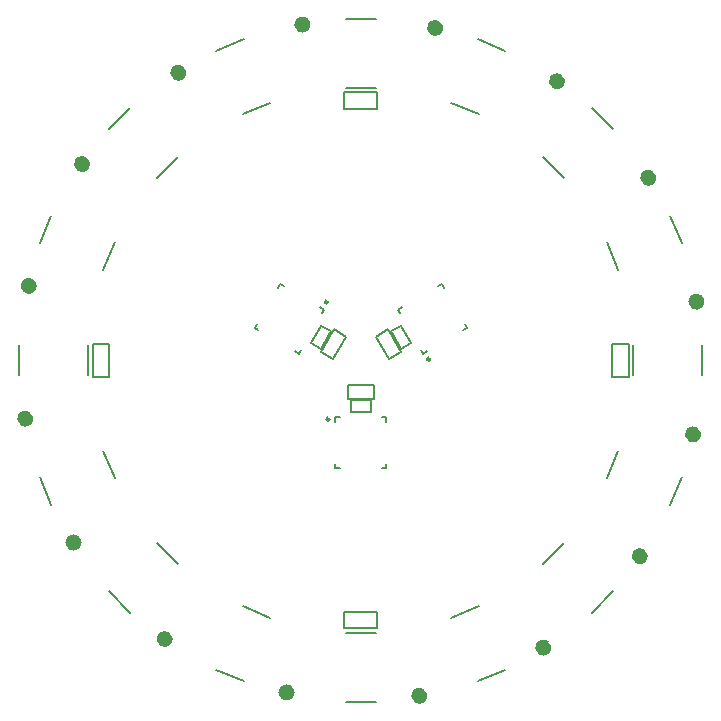
<source format=gto>
G04*
G04 #@! TF.GenerationSoftware,Altium Limited,Altium Designer,18.1.6 (161)*
G04*
G04 Layer_Color=65535*
%FSLAX24Y24*%
%MOIN*%
G70*
G01*
G75*
%ADD10C,0.0394*%
%ADD11C,0.0098*%
%ADD12C,0.0079*%
%ADD13C,0.0080*%
D10*
X2544Y11073D02*
G03*
X2544Y11073I-71J0D01*
G01*
X11141Y-2476D02*
G03*
X11141Y-2476I-71J0D01*
G01*
X-2407Y-11073D02*
G03*
X-2407Y-11073I-71J0D01*
G01*
X-11004Y2476D02*
G03*
X-11004Y2476I-71J0D01*
G01*
X6605Y9295D02*
G03*
X6605Y9295I-71J0D01*
G01*
X9363Y-6537D02*
G03*
X9363Y-6537I-71J0D01*
G01*
X-6469Y-9295D02*
G03*
X-6469Y-9295I-71J0D01*
G01*
X-9226Y6537D02*
G03*
X-9226Y6537I-71J0D01*
G01*
X9649Y6079D02*
G03*
X9649Y6079I-71J0D01*
G01*
X6147Y-9580D02*
G03*
X6147Y-9580I-71J0D01*
G01*
X-9512Y-6079D02*
G03*
X-9512Y-6079I-71J0D01*
G01*
X-6011Y9580D02*
G03*
X-6011Y9580I-71J0D01*
G01*
X11255Y1950D02*
G03*
X11255Y1950I-71J0D01*
G01*
X2018Y-11186D02*
G03*
X2018Y-11186I-71J0D01*
G01*
X-11118Y-1950D02*
G03*
X-11118Y-1950I-71J0D01*
G01*
X-1882Y11186D02*
G03*
X-1882Y11186I-71J0D01*
G01*
D11*
X-1055Y-1969D02*
G03*
X-1055Y-1969I-49J0D01*
G01*
X-1107Y1939D02*
G03*
X-1107Y1939I-49J0D01*
G01*
X2303Y30D02*
G03*
X2303Y30I-49J0D01*
G01*
D12*
X549Y-8937D02*
Y-8386D01*
X-554Y-8937D02*
Y-8386D01*
X549D01*
X-554Y-8937D02*
X549D01*
X8383Y-551D02*
X8935D01*
X8383D02*
X8383Y551D01*
X8935Y551D01*
X8935Y-551D01*
X-8939Y551D02*
X-8388Y551D01*
X-8388Y-551D02*
X-8388Y551D01*
X-8939Y-551D02*
X-8388Y-551D01*
X-8939Y551D02*
X-8939Y-551D01*
X549Y8386D02*
Y8937D01*
X-554Y8386D02*
X549Y8386D01*
X-554Y8386D02*
X-554Y8937D01*
X549Y8937D01*
X-337Y-1339D02*
X332D01*
Y-1732D02*
Y-1339D01*
X-337Y-1732D02*
X332Y-1732D01*
X-337Y-1339D02*
X-337Y-1732D01*
X-1329Y379D02*
X-994Y959D01*
X-1670Y576D02*
X-1329Y379D01*
X-1670Y576D02*
X-1335Y1156D01*
X-994Y959D01*
X990D02*
X1324Y379D01*
X990Y959D02*
X1331Y1156D01*
X1665Y576D01*
X1324Y379D02*
X1665Y576D01*
X-849Y-2057D02*
Y-1909D01*
X-701D01*
X696Y-1909D02*
X844Y-1909D01*
X844Y-2057D02*
X844Y-1909D01*
X844Y-3602D02*
X844Y-3455D01*
X696Y-3602D02*
X844Y-3602D01*
X-849Y-3602D02*
X-849Y-3455D01*
X-849Y-3602D02*
X-701Y-3602D01*
X-1361Y1762D02*
X-1233Y1688D01*
X-1307Y1560D02*
X-1233Y1688D01*
X-2079Y222D02*
X-2005Y350D01*
X-2207Y295D02*
X-2079Y222D01*
X-3545Y1068D02*
X-3417Y994D01*
X-3545Y1068D02*
X-3471Y1196D01*
X-2699Y2534D02*
X-2571Y2460D01*
X-2773Y2406D02*
X-2699Y2534D01*
X2075Y222D02*
X2202Y295D01*
X2001Y350D02*
X2075Y222D01*
X1228Y1688D02*
X1302Y1560D01*
X1228Y1688D02*
X1356Y1762D01*
X2566Y2460D02*
X2694Y2534D01*
X2768Y2406D01*
X3413Y994D02*
X3541Y1068D01*
X3467Y1196D02*
X3541Y1068D01*
X-435Y-827D02*
X431Y-827D01*
Y-1299D02*
Y-827D01*
X-435Y-1299D02*
X431Y-1299D01*
X-435Y-1299D02*
Y-827D01*
X-935Y38D02*
X-502Y788D01*
X-1344Y275D02*
X-935Y38D01*
X-1344Y275D02*
X-911Y1025D01*
X-502Y788D01*
X497Y788D02*
X930Y38D01*
X497Y788D02*
X906Y1025D01*
X1339Y275D01*
X930Y38D02*
X1339Y275D01*
D13*
X3009Y8578D02*
X3933Y8195D01*
X3890Y10703D02*
X4813Y10320D01*
X8193Y-3936D02*
X8575Y-3012D01*
X10318Y-4816D02*
X10700Y-3892D01*
X-3938Y-8195D02*
X-3014Y-8578D01*
X-4818Y-10320D02*
X-3894Y-10703D01*
X-8580Y3012D02*
X-8197Y3936D01*
X-10705Y3892D02*
X-10322Y4816D01*
X6075Y6784D02*
X6782Y6077D01*
X7701Y8411D02*
X8408Y7704D01*
X6075Y-6784D02*
X6782Y-6077D01*
X7701Y-8411D02*
X8408Y-7704D01*
X-6787Y-6077D02*
X-6080Y-6784D01*
X-8413Y-7704D02*
X-7706Y-8411D01*
X-6787Y6077D02*
X-6080Y6784D01*
X-8413Y7704D02*
X-7706Y8411D01*
X8193Y3936D02*
X8575Y3012D01*
X10318Y4816D02*
X10700Y3892D01*
X3009Y-8578D02*
X3933Y-8195D01*
X3890Y-10703D02*
X4813Y-10320D01*
X-8580Y-3012D02*
X-8197Y-3936D01*
X-10705Y-3892D02*
X-10322Y-4816D01*
X-3938Y8195D02*
X-3014Y8578D01*
X-4818Y10320D02*
X-3894Y10703D01*
X9084Y-500D02*
Y500D01*
X11384Y500D02*
X11384Y-500D01*
X-502Y-9086D02*
X498D01*
X-502Y-11386D02*
X498Y-11386D01*
X-9089Y-500D02*
Y500D01*
X-11389Y-500D02*
X-11389Y500D01*
X-502Y9086D02*
X498Y9086D01*
X-502Y11386D02*
X498Y11386D01*
M02*

</source>
